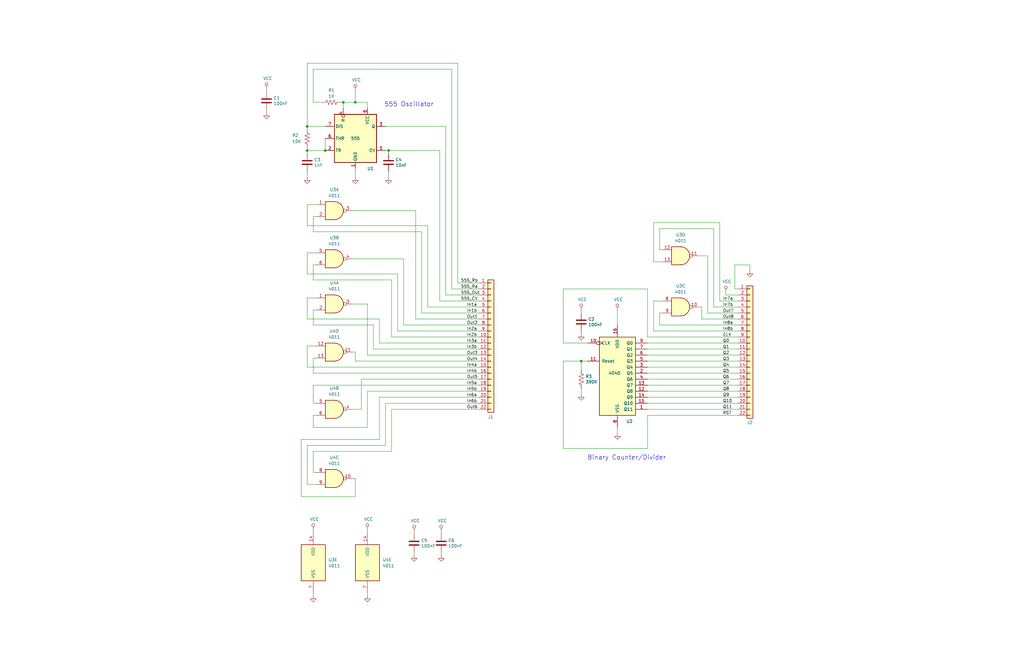
<source format=kicad_sch>
(kicad_sch (version 20250114) (generator "eeschema") (generator_version "9.0")
  (paper "B")
  (title_block (title "Sound Logic 2") (date "2025-03-31") (company "Gadget Reboot") (comment 1 "https://www.youtube.com/gadgetreboot") (comment 2 "https://github.com/GadgetReboot/SoundLogic2"))
  (lib_symbols
    (symbol "4xxx:4011" (pin_names (offset 1.016))
      (property "Reference" "U" (at 0 1.27 0))
      (property "Value" "4011" (at 0 -1.27 0))
      (symbol "4011_1_1"
        (arc (start 0 3.81) (mid 3.7934 0) (end 0 -3.81) (stroke (width 0.254)) (fill (type background)))
        (polyline (pts (xy 0 3.81) (xy -3.81 3.81) (xy -3.81 -3.81) (xy 0 -3.81)) (stroke (width 0.254)) (fill (type background)))
        (pin input line (at -7.62 2.54 0) (length 3.81) (name "~") (number "1"))
        (pin input line (at -7.62 -2.54 0) (length 3.81) (name "~") (number "2"))
        (pin output inverted (at 7.62 0 180) (length 3.81) (name "~") (number "3"))
      )
      (symbol "4011_1_2"
        (arc (start -3.81 3.81) (mid -2.589 0) (end -3.81 -3.81) (stroke (width 0.254)))
        (polyline (pts (xy -3.81 3.81) (xy -0.635 3.81)) (stroke (width 0.254)) (fill (type background)))
        (polyline (pts (xy -3.81 -3.81) (xy -0.635 -3.81)) (stroke (width 0.254)) (fill (type background)))
        (arc (start 3.81 0) (mid 2.1855 -2.584) (end -0.6096 -3.81) (stroke (width 0.254)) (fill (type background)))
        (arc (start -0.6096 3.81) (mid 2.1928 2.5924) (end 3.81 0) (stroke (width 0.254)) (fill (type background)))
        (polyline (pts (xy -0.635 3.81) (xy -3.81 3.81) (xy -3.81 3.81) (xy -3.556 3.4036) (xy -3.0226 2.2606) (xy -2.6924 1.0414) (xy -2.6162 -0.254) (xy -2.7686 -1.4986) (xy -3.175 -2.7178) (xy -3.81 -3.81) (xy -3.81 -3.81) (xy -0.635 -3.81)) (stroke (width -25.4)) (fill (type background)))
        (pin input inverted (at -7.62 2.54 0) (length 4.318) (name "~") (number "1"))
        (pin input inverted (at -7.62 -2.54 0) (length 4.318) (name "~") (number "2"))
        (pin output line (at 7.62 0 180) (length 3.81) (name "~") (number "3"))
      )
      (symbol "4011_2_1"
        (arc (start 0 3.81) (mid 3.7934 0) (end 0 -3.81) (stroke (width 0.254)) (fill (type background)))
        (polyline (pts (xy 0 3.81) (xy -3.81 3.81) (xy -3.81 -3.81) (xy 0 -3.81)) (stroke (width 0.254)) (fill (type background)))
        (pin input line (at -7.62 2.54 0) (length 3.81) (name "~") (number "5"))
        (pin input line (at -7.62 -2.54 0) (length 3.81) (name "~") (number "6"))
        (pin output inverted (at 7.62 0 180) (length 3.81) (name "~") (number "4"))
      )
      (symbol "4011_2_2"
        (arc (start -3.81 3.81) (mid -2.589 0) (end -3.81 -3.81) (stroke (width 0.254)))
        (polyline (pts (xy -3.81 3.81) (xy -0.635 3.81)) (stroke (width 0.254)) (fill (type background)))
        (polyline (pts (xy -3.81 -3.81) (xy -0.635 -3.81)) (stroke (width 0.254)) (fill (type background)))
        (arc (start 3.81 0) (mid 2.1855 -2.584) (end -0.6096 -3.81) (stroke (width 0.254)) (fill (type background)))
        (arc (start -0.6096 3.81) (mid 2.1928 2.5924) (end 3.81 0) (stroke (width 0.254)) (fill (type background)))
        (polyline (pts (xy -0.635 3.81) (xy -3.81 3.81) (xy -3.81 3.81) (xy -3.556 3.4036) (xy -3.0226 2.2606) (xy -2.6924 1.0414) (xy -2.6162 -0.254) (xy -2.7686 -1.4986) (xy -3.175 -2.7178) (xy -3.81 -3.81) (xy -3.81 -3.81) (xy -0.635 -3.81)) (stroke (width -25.4)) (fill (type background)))
        (pin input inverted (at -7.62 2.54 0) (length 4.318) (name "~") (number "5"))
        (pin input inverted (at -7.62 -2.54 0) (length 4.318) (name "~") (number "6"))
        (pin output line (at 7.62 0 180) (length 3.81) (name "~") (number "4"))
      )
      (symbol "4011_3_1"
        (arc (start 0 3.81) (mid 3.7934 0) (end 0 -3.81) (stroke (width 0.254)) (fill (type background)))
        (polyline (pts (xy 0 3.81) (xy -3.81 3.81) (xy -3.81 -3.81) (xy 0 -3.81)) (stroke (width 0.254)) (fill (type background)))
        (pin input line (at -7.62 2.54 0) (length 3.81) (name "~") (number "8"))
        (pin input line (at -7.62 -2.54 0) (length 3.81) (name "~") (number "9"))
        (pin output inverted (at 7.62 0 180) (length 3.81) (name "~") (number "10"))
      )
      (symbol "4011_3_2"
        (arc (start -3.81 3.81) (mid -2.589 0) (end -3.81 -3.81) (stroke (width 0.254)))
        (polyline (pts (xy -3.81 3.81) (xy -0.635 3.81)) (stroke (width 0.254)) (fill (type background)))
        (polyline (pts (xy -3.81 -3.81) (xy -0.635 -3.81)) (stroke (width 0.254)) (fill (type background)))
        (arc (start 3.81 0) (mid 2.1855 -2.584) (end -0.6096 -3.81) (stroke (width 0.254)) (fill (type background)))
        (arc (start -0.6096 3.81) (mid 2.1928 2.5924) (end 3.81 0) (stroke (width 0.254)) (fill (type background)))
        (polyline (pts (xy -0.635 3.81) (xy -3.81 3.81) (xy -3.81 3.81) (xy -3.556 3.4036) (xy -3.0226 2.2606) (xy -2.6924 1.0414) (xy -2.6162 -0.254) (xy -2.7686 -1.4986) (xy -3.175 -2.7178) (xy -3.81 -3.81) (xy -3.81 -3.81) (xy -0.635 -3.81)) (stroke (width -25.4)) (fill (type background)))
        (pin input inverted (at -7.62 2.54 0) (length 4.318) (name "~") (number "8"))
        (pin input inverted (at -7.62 -2.54 0) (length 4.318) (name "~") (number "9"))
        (pin output line (at 7.62 0 180) (length 3.81) (name "~") (number "10"))
      )
      (symbol "4011_4_1"
        (arc (start 0 3.81) (mid 3.7934 0) (end 0 -3.81) (stroke (width 0.254)) (fill (type background)))
        (polyline (pts (xy 0 3.81) (xy -3.81 3.81) (xy -3.81 -3.81) (xy 0 -3.81)) (stroke (width 0.254)) (fill (type background)))
        (pin input line (at -7.62 2.54 0) (length 3.81) (name "~") (number "12"))
        (pin input line (at -7.62 -2.54 0) (length 3.81) (name "~") (number "13"))
        (pin output inverted (at 7.62 0 180) (length 3.81) (name "~") (number "11"))
      )
      (symbol "4011_4_2"
        (arc (start -3.81 3.81) (mid -2.589 0) (end -3.81 -3.81) (stroke (width 0.254)))
        (polyline (pts (xy -3.81 3.81) (xy -0.635 3.81)) (stroke (width 0.254)) (fill (type background)))
        (polyline (pts (xy -3.81 -3.81) (xy -0.635 -3.81)) (stroke (width 0.254)) (fill (type background)))
        (arc (start 3.81 0) (mid 2.1855 -2.584) (end -0.6096 -3.81) (stroke (width 0.254)) (fill (type background)))
        (arc (start -0.6096 3.81) (mid 2.1928 2.5924) (end 3.81 0) (stroke (width 0.254)) (fill (type background)))
        (polyline (pts (xy -0.635 3.81) (xy -3.81 3.81) (xy -3.81 3.81) (xy -3.556 3.4036) (xy -3.0226 2.2606) (xy -2.6924 1.0414) (xy -2.6162 -0.254) (xy -2.7686 -1.4986) (xy -3.175 -2.7178) (xy -3.81 -3.81) (xy -3.81 -3.81) (xy -0.635 -3.81)) (stroke (width -25.4)) (fill (type background)))
        (pin input inverted (at -7.62 2.54 0) (length 4.318) (name "~") (number "12"))
        (pin input inverted (at -7.62 -2.54 0) (length 4.318) (name "~") (number "13"))
        (pin output line (at 7.62 0 180) (length 3.81) (name "~") (number "11"))
      )
      (symbol "4011_5_0"
        (pin power_in line (at 0 12.7 270) (length 5.08) (name "VDD") (number "14"))
        (pin power_in line (at 0 -12.7 90) (length 5.08) (name "VSS") (number "7"))
      )
      (symbol "4011_5_1"
        (rectangle (start -5.08 7.62) (end 5.08 -7.62) (stroke (width 0.254)) (fill (type background)))
      )
    )
    (symbol "4xxx:4040" (pin_names (offset 1.016))
      (property "Reference" "U" (at -7.62 16.51 0))
      (property "Value" "4040" (at -7.62 -19.05 0))
      (symbol "4040_1_0"
        (pin input inverted_clock (at -12.7 12.7 0) (length 5.08) (name "CLK") (number "10"))
        (pin input line (at -12.7 5.08 0) (length 5.08) (name "Reset") (number "11"))
        (pin power_in line (at 0 20.32 270) (length 5.08) (name "VDD") (number "16"))
        (pin power_in line (at 0 -22.86 90) (length 5.08) (name "VSS") (number "8"))
        (pin output line (at 12.7 12.7 180) (length 5.08) (name "Q0") (number "9"))
        (pin output line (at 12.7 10.16 180) (length 5.08) (name "Q1") (number "7"))
        (pin output line (at 12.7 7.62 180) (length 5.08) (name "Q2") (number "6"))
        (pin output line (at 12.7 5.08 180) (length 5.08) (name "Q3") (number "5"))
        (pin output line (at 12.7 2.54 180) (length 5.08) (name "Q4") (number "3"))
        (pin output line (at 12.7 0 180) (length 5.08) (name "Q5") (number "2"))
        (pin output line (at 12.7 -2.54 180) (length 5.08) (name "Q6") (number "4"))
        (pin output line (at 12.7 -5.08 180) (length 5.08) (name "Q7") (number "13"))
        (pin output line (at 12.7 -7.62 180) (length 5.08) (name "Q8") (number "12"))
        (pin output line (at 12.7 -10.16 180) (length 5.08) (name "Q9") (number "14"))
        (pin output line (at 12.7 -12.7 180) (length 5.08) (name "Q10") (number "15"))
        (pin output line (at 12.7 -15.24 180) (length 5.08) (name "Q11") (number "1"))
      )
      (symbol "4040_1_1"
        (rectangle (start -7.62 15.24) (end 7.62 -17.78) (stroke (width 0.254)) (fill (type background)))
      )
    )
    (symbol "Connector_Generic:Conn_01x22" (pin_names (offset 1.016) (hide yes))
      (property "Reference" "J" (at 0 27.94 0))
      (property "Value" "Conn_01x22" (at 0 -30.48 0))
      (symbol "Conn_01x22_1_1"
        (rectangle (start -1.27 26.67) (end 1.27 -29.21) (stroke (width 0.254)) (fill (type background)))
        (rectangle (start -1.27 25.527) (end 0 25.273) (stroke (width 0.1524)))
        (rectangle (start -1.27 22.987) (end 0 22.733) (stroke (width 0.1524)))
        (rectangle (start -1.27 20.447) (end 0 20.193) (stroke (width 0.1524)))
        (rectangle (start -1.27 17.907) (end 0 17.653) (stroke (width 0.1524)))
        (rectangle (start -1.27 15.367) (end 0 15.113) (stroke (width 0.1524)))
        (rectangle (start -1.27 12.827) (end 0 12.573) (stroke (width 0.1524)))
        (rectangle (start -1.27 10.287) (end 0 10.033) (stroke (width 0.1524)))
        (rectangle (start -1.27 7.747) (end 0 7.493) (stroke (width 0.1524)))
        (rectangle (start -1.27 5.207) (end 0 4.953) (stroke (width 0.1524)))
        (rectangle (start -1.27 2.667) (end 0 2.413) (stroke (width 0.1524)))
        (rectangle (start -1.27 0.127) (end 0 -0.127) (stroke (width 0.1524)))
        (rectangle (start -1.27 -2.413) (end 0 -2.667) (stroke (width 0.1524)))
        (rectangle (start -1.27 -4.953) (end 0 -5.207) (stroke (width 0.1524)))
        (rectangle (start -1.27 -7.493) (end 0 -7.747) (stroke (width 0.1524)))
        (rectangle (start -1.27 -10.033) (end 0 -10.287) (stroke (width 0.1524)))
        (rectangle (start -1.27 -12.573) (end 0 -12.827) (stroke (width 0.1524)))
        (rectangle (start -1.27 -15.113) (end 0 -15.367) (stroke (width 0.1524)))
        (rectangle (start -1.27 -17.653) (end 0 -17.907) (stroke (width 0.1524)))
        (rectangle (start -1.27 -20.193) (end 0 -20.447) (stroke (width 0.1524)))
        (rectangle (start -1.27 -22.733) (end 0 -22.987) (stroke (width 0.1524)))
        (rectangle (start -1.27 -25.273) (end 0 -25.527) (stroke (width 0.1524)))
        (rectangle (start -1.27 -27.813) (end 0 -28.067) (stroke (width 0.1524)))
        (pin passive line (at -5.08 25.4 0) (length 3.81) (name "Pin_1") (number "1"))
        (pin passive line (at -5.08 22.86 0) (length 3.81) (name "Pin_2") (number "2"))
        (pin passive line (at -5.08 20.32 0) (length 3.81) (name "Pin_3") (number "3"))
        (pin passive line (at -5.08 17.78 0) (length 3.81) (name "Pin_4") (number "4"))
        (pin passive line (at -5.08 15.24 0) (length 3.81) (name "Pin_5") (number "5"))
        (pin passive line (at -5.08 12.7 0) (length 3.81) (name "Pin_6") (number "6"))
        (pin passive line (at -5.08 10.16 0) (length 3.81) (name "Pin_7") (number "7"))
        (pin passive line (at -5.08 7.62 0) (length 3.81) (name "Pin_8") (number "8"))
        (pin passive line (at -5.08 5.08 0) (length 3.81) (name "Pin_9") (number "9"))
        (pin passive line (at -5.08 2.54 0) (length 3.81) (name "Pin_10") (number "10"))
        (pin passive line (at -5.08 0 0) (length 3.81) (name "Pin_11") (number "11"))
        (pin passive line (at -5.08 -2.54 0) (length 3.81) (name "Pin_12") (number "12"))
        (pin passive line (at -5.08 -5.08 0) (length 3.81) (name "Pin_13") (number "13"))
        (pin passive line (at -5.08 -7.62 0) (length 3.81) (name "Pin_14") (number "14"))
        (pin passive line (at -5.08 -10.16 0) (length 3.81) (name "Pin_15") (number "15"))
        (pin passive line (at -5.08 -12.7 0) (length 3.81) (name "Pin_16") (number "16"))
        (pin passive line (at -5.08 -15.24 0) (length 3.81) (name "Pin_17") (number "17"))
        (pin passive line (at -5.08 -17.78 0) (length 3.81) (name "Pin_18") (number "18"))
        (pin passive line (at -5.08 -20.32 0) (length 3.81) (name "Pin_19") (number "19"))
        (pin passive line (at -5.08 -22.86 0) (length 3.81) (name "Pin_20") (number "20"))
        (pin passive line (at -5.08 -25.4 0) (length 3.81) (name "Pin_21") (number "21"))
        (pin passive line (at -5.08 -27.94 0) (length 3.81) (name "Pin_22") (number "22"))
      )
    )
    (symbol "Device:C" (pin_numbers (hide yes)) (pin_names (offset 0.254))
      (property "Reference" "C" (at 0.635 2.54 0))
      (property "Value" "C" (at 0.635 -2.54 0))
      (symbol "C_0_1"
        (polyline (pts (xy -2.032 0.762) (xy 2.032 0.762)) (stroke (width 0.508)))
        (polyline (pts (xy -2.032 -0.762) (xy 2.032 -0.762)) (stroke (width 0.508)))
      )
      (symbol "C_1_1"
        (pin passive line (at 0 3.81 270) (length 2.794) (name "~") (number "1"))
        (pin passive line (at 0 -3.81 90) (length 2.794) (name "~") (number "2"))
      )
    )
    (symbol "Device:R_US" (pin_numbers (hide yes)) (pin_names (offset 0))
      (property "Reference" "R" (at 2.54 0 90))
      (property "Value" "R_US" (at -2.54 0 90))
      (symbol "R_US_0_1"
        (polyline (pts (xy 0 2.286) (xy 0 2.54)))
        (polyline (pts (xy 0 2.286) (xy 1.016 1.905) (xy 0 1.524) (xy -1.016 1.143) (xy 0 0.762)))
        (polyline (pts (xy 0 0.762) (xy 1.016 0.381) (xy 0 0) (xy -1.016 -0.381) (xy 0 -0.762)))
        (polyline (pts (xy 0 -0.762) (xy 1.016 -1.143) (xy 0 -1.524) (xy -1.016 -1.905) (xy 0 -2.286)))
        (polyline (pts (xy 0 -2.286) (xy 0 -2.54)))
      )
      (symbol "R_US_1_1"
        (pin passive line (at 0 3.81 270) (length 1.27) (name "~") (number "1"))
        (pin passive line (at 0 -3.81 90) (length 1.27) (name "~") (number "2"))
      )
    )
    (symbol "GR_SoundLogic01-rescue:GND-power" (power) (pin_names (offset 0))
      (property "Value" "power_GND" (at 0 -3.81 0))
      (symbol "GND-power_0_1"
        (polyline (pts (xy 0 0) (xy 0 -1.27) (xy 1.27 -1.27) (xy 0 -2.54) (xy -1.27 -1.27) (xy 0 -1.27)))
      )
      (symbol "GND-power_1_1"
        (pin power_in line (at 0 0 270) (length 0) (hide yes) (name "GND") (number "1"))
      )
    )
    (symbol "GR_SoundLogic01-rescue:VCC-power" (power) (pin_names (offset 0))
      (property "Value" "power_VCC" (at 0 3.81 0))
      (symbol "VCC-power_0_1"
        (circle (center 0 1.905) (radius 0.635))
        (polyline (pts (xy 0 0) (xy 0 1.27)))
      )
      (symbol "VCC-power_1_1"
        (pin power_in line (at 0 0 90) (length 0) (hide yes) (name "VCC") (number "1"))
      )
    )
    (symbol "SoundLogic:555"
      (property "Reference" "U" (at -10.16 8.89 0))
      (property "Value" "555" (at -1.27 0 0))
      (symbol "555_0_0"
        (pin power_in line (at 0 -12.7 90) (length 2.54) (name "GND") (number "1"))
        (pin power_in line (at 5.08 12.7 270) (length 2.54) (name "VCC") (number "8"))
      )
      (symbol "555_0_1"
        (rectangle (start -8.89 -10.16) (end 8.89 10.16) (stroke (width 0.254)) (fill (type background)))
        (rectangle (start -8.89 -10.16) (end 8.89 10.16) (stroke (width 0.254)) (fill (type background)))
      )
      (symbol "555_1_1"
        (pin input line (at -12.7 5.08 0) (length 3.81) (name "DIS") (number "7"))
        (pin input line (at -12.7 0 0) (length 3.81) (name "THR") (number "6"))
        (pin input line (at -12.7 -5.08 0) (length 3.81) (name "TR") (number "2"))
        (pin input inverted (at -5.08 12.7 270) (length 3.81) (name "R") (number "4"))
        (pin output line (at 12.7 5.08 180) (length 3.81) (name "Q") (number "3"))
        (pin input line (at 12.7 -5.08 180) (length 3.81) (name "CV") (number "5"))
      )
    )
  )
  (text "555 Oscillator" (at 162.052 45.212 0) (effects (font (size 1.905 1.905)) (justify left bottom)))
  (text "Binary Counter/Divider" (at 247.65 194.31 0) (effects (font (size 1.905 1.905)) (justify left bottom)))
  (junction (at 144.78 43.18))
  (junction (at 163.83 63.5))
  (junction (at 129.54 63.5))
  (junction (at 149.86 43.18))
  (junction (at 137.16 63.5))
  (junction (at 245.11 152.4))
  (junction (at 129.54 53.34))
  (wire (pts (xy 311.15 124.46) (xy 306.07 124.46)))
  (wire (pts (xy 273.05 144.78) (xy 311.15 144.78)))
  (wire (pts (xy 132.08 250.19) (xy 132.08 251.46)))
  (wire (pts (xy 129.54 154.94) (xy 201.93 154.94)))
  (wire (pts (xy 298.45 132.08) (xy 298.45 107.95)))
  (wire (pts (xy 278.13 105.41) (xy 279.4 105.41)))
  (wire (pts (xy 129.54 134.62) (xy 160.02 134.62)))
  (wire (pts (xy 162.56 170.18) (xy 201.93 170.18)))
  (wire (pts (xy 154.94 45.72) (xy 154.94 43.18)))
  (wire (pts (xy 132.08 224.79) (xy 132.08 223.52)))
  (wire (pts (xy 154.94 43.18) (xy 149.86 43.18)))
  (wire (pts (xy 300.99 129.54) (xy 300.99 96.52)))
  (wire (pts (xy 273.05 121.92) (xy 273.05 142.24)))
  (wire (pts (xy 275.59 139.7) (xy 275.59 127)))
  (wire (pts (xy 133.35 204.47) (xy 129.54 204.47)))
  (wire (pts (xy 245.11 156.21) (xy 245.11 152.4)))
  (wire (pts (xy 273.05 152.4) (xy 311.15 152.4)))
  (wire (pts (xy 175.26 134.62) (xy 175.26 88.9)))
  (wire (pts (xy 132.08 137.16) (xy 157.48 137.16)))
  (wire (pts (xy 186.055 233.045) (xy 186.055 234.315)))
  (wire (pts (xy 162.56 53.34) (xy 187.96 53.34)))
  (wire (pts (xy 193.04 26.67) (xy 129.54 26.67)))
  (wire (pts (xy 162.56 63.5) (xy 163.83 63.5)))
  (wire (pts (xy 160.02 167.64) (xy 201.93 167.64)))
  (wire (pts (xy 129.54 187.96) (xy 162.56 187.96)))
  (wire (pts (xy 187.96 53.34) (xy 187.96 124.46)))
  (wire (pts (xy 201.93 134.62) (xy 175.26 134.62)))
  (wire (pts (xy 316.23 111.76) (xy 316.23 114.3)))
  (wire (pts (xy 162.56 187.96) (xy 162.56 170.18)))
  (wire (pts (xy 278.13 132.08) (xy 278.13 137.16)))
  (wire (pts (xy 170.18 109.22) (xy 170.18 137.16)))
  (wire (pts (xy 237.49 121.92) (xy 273.05 121.92)))
  (wire (pts (xy 278.13 137.16) (xy 311.15 137.16)))
  (wire (pts (xy 144.78 43.18) (xy 144.78 45.72)))
  (wire (pts (xy 132.08 170.18) (xy 132.08 162.56)))
  (wire (pts (xy 273.05 170.18) (xy 311.15 170.18)))
  (wire (pts (xy 154.94 165.1) (xy 201.93 165.1)))
  (wire (pts (xy 201.93 127) (xy 185.42 127)))
  (wire (pts (xy 175.26 88.9) (xy 148.59 88.9)))
  (wire (pts (xy 300.99 96.52) (xy 278.13 96.52)))
  (wire (pts (xy 273.05 160.02) (xy 311.15 160.02)))
  (wire (pts (xy 260.35 182.88) (xy 260.35 180.34)))
  (wire (pts (xy 149.86 38.1) (xy 149.86 43.18)))
  (wire (pts (xy 112.395 46.355) (xy 112.395 47.625)))
  (wire (pts (xy 177.8 132.08) (xy 201.93 132.08)))
  (wire (pts (xy 132.08 199.39) (xy 133.35 199.39)))
  (wire (pts (xy 185.42 127) (xy 185.42 63.5)))
  (wire (pts (xy 137.16 58.42) (xy 137.16 63.5)))
  (wire (pts (xy 273.05 167.64) (xy 311.15 167.64)))
  (wire (pts (xy 157.48 137.16) (xy 157.48 147.32)))
  (wire (pts (xy 273.05 172.72) (xy 311.15 172.72)))
  (wire (pts (xy 295.91 129.54) (xy 294.64 129.54)))
  (wire (pts (xy 129.54 125.73) (xy 129.54 134.62)))
  (wire (pts (xy 311.15 129.54) (xy 300.99 129.54)))
  (wire (pts (xy 275.59 93.98) (xy 303.53 93.98)))
  (wire (pts (xy 295.91 134.62) (xy 295.91 129.54)))
  (wire (pts (xy 132.08 175.26) (xy 132.08 180.34)))
  (wire (pts (xy 165.1 118.11) (xy 165.1 142.24)))
  (wire (pts (xy 152.4 172.72) (xy 152.4 160.02)))
  (wire (pts (xy 132.08 97.79) (xy 177.8 97.79)))
  (wire (pts (xy 129.54 54.61) (xy 129.54 53.34)))
  (wire (pts (xy 129.54 86.36) (xy 133.35 86.36)))
  (wire (pts (xy 157.48 147.32) (xy 201.93 147.32)))
  (wire (pts (xy 309.88 111.76) (xy 316.23 111.76)))
  (wire (pts (xy 154.94 128.27) (xy 148.59 128.27)))
  (wire (pts (xy 132.08 190.5) (xy 132.08 199.39)))
  (wire (pts (xy 148.59 201.93) (xy 149.86 201.93)))
  (wire (pts (xy 149.86 148.59) (xy 149.86 152.4)))
  (wire (pts (xy 160.02 134.62) (xy 160.02 144.78)))
  (wire (pts (xy 201.93 139.7) (xy 167.64 139.7)))
  (wire (pts (xy 132.08 130.81) (xy 132.08 137.16)))
  (wire (pts (xy 129.54 63.5) (xy 129.54 64.77)))
  (wire (pts (xy 133.35 170.18) (xy 132.08 170.18)))
  (wire (pts (xy 309.88 121.92) (xy 309.88 111.76)))
  (wire (pts (xy 201.93 129.54) (xy 180.34 129.54)))
  (wire (pts (xy 132.08 151.13) (xy 132.08 157.48)))
  (wire (pts (xy 247.65 144.78) (xy 237.49 144.78)))
  (wire (pts (xy 148.59 109.22) (xy 170.18 109.22)))
  (wire (pts (xy 129.54 63.5) (xy 137.16 63.5)))
  (wire (pts (xy 278.13 96.52) (xy 278.13 105.41)))
  (wire (pts (xy 237.49 189.23) (xy 237.49 152.4)))
  (wire (pts (xy 260.35 137.16) (xy 260.35 130.81)))
  (wire (pts (xy 306.07 124.46) (xy 306.07 123.19)))
  (wire (pts (xy 311.15 134.62) (xy 295.91 134.62)))
  (wire (pts (xy 311.15 132.08) (xy 298.45 132.08)))
  (wire (pts (xy 273.05 147.32) (xy 311.15 147.32)))
  (wire (pts (xy 201.93 121.92) (xy 190.5 121.92)))
  (wire (pts (xy 247.65 152.4) (xy 245.11 152.4)))
  (wire (pts (xy 148.59 148.59) (xy 149.86 148.59)))
  (wire (pts (xy 273.05 175.26) (xy 273.05 189.23)))
  (wire (pts (xy 137.16 53.34) (xy 129.54 53.34)))
  (wire (pts (xy 165.1 190.5) (xy 132.08 190.5)))
  (wire (pts (xy 129.54 95.25) (xy 129.54 86.36)))
  (wire (pts (xy 149.86 209.55) (xy 127 209.55)))
  (wire (pts (xy 237.49 144.78) (xy 237.49 121.92)))
  (wire (pts (xy 129.54 62.23) (xy 129.54 63.5)))
  (wire (pts (xy 245.11 152.4) (xy 237.49 152.4)))
  (wire (pts (xy 163.83 63.5) (xy 163.83 64.77)))
  (wire (pts (xy 154.94 224.79) (xy 154.94 223.52)))
  (wire (pts (xy 311.15 139.7) (xy 275.59 139.7)))
  (wire (pts (xy 132.08 29.21) (xy 132.08 43.18)))
  (wire (pts (xy 279.4 110.49) (xy 275.59 110.49)))
  (wire (pts (xy 201.93 172.72) (xy 165.1 172.72)))
  (wire (pts (xy 180.34 95.25) (xy 129.54 95.25)))
  (wire (pts (xy 303.53 93.98) (xy 303.53 127)))
  (wire (pts (xy 190.5 29.21) (xy 132.08 29.21)))
  (wire (pts (xy 273.05 189.23) (xy 237.49 189.23)))
  (wire (pts (xy 273.05 157.48) (xy 311.15 157.48)))
  (wire (pts (xy 165.1 172.72) (xy 165.1 190.5)))
  (wire (pts (xy 129.54 115.57) (xy 129.54 106.68)))
  (wire (pts (xy 170.18 137.16) (xy 201.93 137.16)))
  (wire (pts (xy 273.05 142.24) (xy 311.15 142.24)))
  (wire (pts (xy 132.08 118.11) (xy 165.1 118.11)))
  (wire (pts (xy 177.8 97.79) (xy 177.8 132.08)))
  (wire (pts (xy 311.15 121.92) (xy 309.88 121.92)))
  (wire (pts (xy 132.08 157.48) (xy 201.93 157.48)))
  (wire (pts (xy 149.86 71.12) (xy 149.86 74.93)))
  (wire (pts (xy 273.05 162.56) (xy 311.15 162.56)))
  (wire (pts (xy 154.94 149.86) (xy 154.94 128.27)))
  (wire (pts (xy 165.1 142.24) (xy 201.93 142.24)))
  (wire (pts (xy 185.42 63.5) (xy 163.83 63.5)))
  (wire (pts (xy 129.54 26.67) (xy 129.54 53.34)))
  (wire (pts (xy 144.78 43.18) (xy 143.51 43.18)))
  (wire (pts (xy 154.94 250.19) (xy 154.94 251.46)))
  (wire (pts (xy 152.4 160.02) (xy 201.93 160.02)))
  (wire (pts (xy 186.055 225.425) (xy 186.055 224.155)))
  (wire (pts (xy 201.93 149.86) (xy 154.94 149.86)))
  (wire (pts (xy 132.08 162.56) (xy 201.93 162.56)))
  (wire (pts (xy 132.08 111.76) (xy 132.08 118.11)))
  (wire (pts (xy 112.395 38.735) (xy 112.395 37.465)))
  (wire (pts (xy 160.02 185.42) (xy 160.02 167.64)))
  (wire (pts (xy 273.05 154.94) (xy 311.15 154.94)))
  (wire (pts (xy 311.15 175.26) (xy 273.05 175.26)))
  (wire (pts (xy 201.93 119.38) (xy 193.04 119.38)))
  (wire (pts (xy 279.4 132.08) (xy 278.13 132.08)))
  (wire (pts (xy 303.53 127) (xy 311.15 127)))
  (wire (pts (xy 180.34 129.54) (xy 180.34 95.25)))
  (wire (pts (xy 129.54 204.47) (xy 129.54 187.96)))
  (wire (pts (xy 132.08 180.34) (xy 154.94 180.34)))
  (wire (pts (xy 154.94 180.34) (xy 154.94 165.1)))
  (wire (pts (xy 133.35 130.81) (xy 132.08 130.81)))
  (wire (pts (xy 129.54 154.94) (xy 129.54 146.05)))
  (wire (pts (xy 245.11 132.08) (xy 245.11 130.81)))
  (wire (pts (xy 174.625 225.425) (xy 174.625 224.155)))
  (wire (pts (xy 298.45 107.95) (xy 294.64 107.95)))
  (wire (pts (xy 275.59 110.49) (xy 275.59 93.98)))
  (wire (pts (xy 149.86 152.4) (xy 201.93 152.4)))
  (wire (pts (xy 167.64 139.7) (xy 167.64 115.57)))
  (wire (pts (xy 187.96 124.46) (xy 201.93 124.46)))
  (wire (pts (xy 129.54 146.05) (xy 133.35 146.05)))
  (wire (pts (xy 127 185.42) (xy 160.02 185.42)))
  (wire (pts (xy 163.83 72.39) (xy 163.83 74.93)))
  (wire (pts (xy 167.64 115.57) (xy 129.54 115.57)))
  (wire (pts (xy 127 209.55) (xy 127 185.42)))
  (wire (pts (xy 275.59 127) (xy 279.4 127)))
  (wire (pts (xy 193.04 119.38) (xy 193.04 26.67)))
  (wire (pts (xy 148.59 172.72) (xy 152.4 172.72)))
  (wire (pts (xy 245.11 139.7) (xy 245.11 140.97)))
  (wire (pts (xy 133.35 175.26) (xy 132.08 175.26)))
  (wire (pts (xy 129.54 72.39) (xy 129.54 74.93)))
  (wire (pts (xy 149.86 201.93) (xy 149.86 209.55)))
  (wire (pts (xy 273.05 149.86) (xy 311.15 149.86)))
  (wire (pts (xy 129.54 106.68) (xy 133.35 106.68)))
  (wire (pts (xy 174.625 233.045) (xy 174.625 234.315)))
  (wire (pts (xy 245.11 166.37) (xy 245.11 163.83)))
  (wire (pts (xy 133.35 91.44) (xy 132.08 91.44)))
  (wire (pts (xy 190.5 121.92) (xy 190.5 29.21)))
  (wire (pts (xy 133.35 151.13) (xy 132.08 151.13)))
  (wire (pts (xy 135.89 43.18) (xy 132.08 43.18)))
  (wire (pts (xy 273.05 165.1) (xy 311.15 165.1)))
  (wire (pts (xy 160.02 144.78) (xy 201.93 144.78)))
  (wire (pts (xy 133.35 125.73) (xy 129.54 125.73)))
  (wire (pts (xy 149.86 43.18) (xy 144.78 43.18)))
  (wire (pts (xy 132.08 91.44) (xy 132.08 97.79)))
  (wire (pts (xy 133.35 111.76) (xy 132.08 111.76)))
  (label "In4a" (at 196.85 154.94 0))
  (label "Q1" (at 304.8 147.32 0))
  (label "Q9" (at 304.8 167.64 0))
  (label "555_Rb" (at 194.31 119.38 0))
  (label "In3a" (at 196.85 144.78 0))
  (label "Out6" (at 196.85 172.72 0))
  (label "Q0" (at 304.8 144.78 0))
  (label "In4b" (at 196.85 157.48 0))
  (label "Out7" (at 304.8 132.08 0))
  (label "555_Ra" (at 194.31 121.92 0))
  (label "In6b" (at 196.85 170.18 0))
  (label "In5b" (at 196.85 165.1 0))
  (label "In8a" (at 304.8 137.16 0))
  (label "In6a" (at 196.85 167.64 0))
  (label "Q7" (at 304.8 162.56 0))
  (label "In1b" (at 196.85 132.08 0))
  (label "Out1" (at 196.85 134.62 0))
  (label "Out5" (at 196.85 160.02 0))
  (label "In2b" (at 196.85 142.24 0))
  (label "In8b" (at 304.8 139.7 0))
  (label "555_CV" (at 194.31 127 0))
  (label "RST" (at 304.8 175.26 0))
  (label "Q4" (at 304.8 154.94 0))
  (label "In3b" (at 196.85 147.32 0))
  (label "Q3" (at 304.8 152.4 0))
  (label "Q8" (at 304.8 165.1 0))
  (label "Q2" (at 304.8 149.86 0))
  (label "In7a" (at 304.8 127 0))
  (label "Q6" (at 304.8 160.02 0))
  (label "In5a" (at 196.85 162.56 0))
  (label "Out2" (at 196.85 137.16 0))
  (label "Out8" (at 304.8 134.62 0))
  (label "Out4" (at 196.85 152.4 0))
  (label "555_Out" (at 194.31 124.46 0))
  (label "In1a" (at 196.85 129.54 0))
  (label "Q11" (at 304.8 172.72 0))
  (label "Q5" (at 304.8 157.48 0))
  (label "CLK" (at 304.8 142.24 0))
  (label "Out3" (at 196.85 149.86 0))
  (label "Q10" (at 304.8 170.18 0))
  (label "In7b" (at 304.8 129.54 0))
  (label "In2a" (at 196.85 139.7 0))
  (symbol (lib_id "GR_SoundLogic01-rescue:VCC-power") (at 149.86 38.1 0) (unit 1)
    (property "Reference" "#PWR02" (effects (hide yes)))
    (property "Value" "VCC" (at 150.2918 33.7058 0))
  )
  (symbol (lib_id "GR_SoundLogic01-rescue:GND-power") (at 149.86 74.93 0) (unit 1)
    (property "Reference" "#PWR09" (effects (hide yes)))
    (property "Value" "GND" (effects (hide yes)))
  )
  (symbol (lib_id "GR_SoundLogic01-rescue:GND-power") (at 129.54 74.93 0) (unit 1)
    (property "Reference" "#PWR08" (effects (hide yes)))
    (property "Value" "GND" (effects (hide yes)))
  )
  (symbol (lib_id "SoundLogic:555") (at 149.86 58.42 0) (unit 1)
    (property "Reference" "U1" (at 156.21 71.12 0))
    (property "Value" "555" (at 149.86 58.42 0))
    (property "Footprint" "Package_SO:SOIC-8_3.9x4.9mm_P1.27mm" (effects (hide yes)))
  )
  (symbol (lib_id "Device:R_US") (at 129.54 58.42 0) (unit 1)
    (property "Reference" "R2" (at 123.19 57.15 0) (effects (justify left)))
    (property "Value" "10K" (at 123.19 59.69 0) (effects (justify left)))
    (property "Footprint" "Resistor_SMD:R_0805_2012Metric_Pad1.20x1.40mm_HandSolder" (effects (hide yes)))
  )
  (symbol (lib_id "Device:R_US") (at 139.7 43.18 270) (unit 1)
    (property "Reference" "R1" (at 138.43 38.1 90) (effects (justify left)))
    (property "Value" "1K" (at 138.43 40.64 90) (effects (justify left)))
    (property "Footprint" "Resistor_SMD:R_0805_2012Metric_Pad1.20x1.40mm_HandSolder" (effects (hide yes)))
  )
  (symbol (lib_id "GR_SoundLogic01-rescue:GND-power") (at 163.83 74.93 0) (unit 1)
    (property "Reference" "#PWR010" (effects (hide yes)))
    (property "Value" "GND" (effects (hide yes)))
  )
  (symbol (lib_id "4xxx:4040") (at 260.35 157.48 0) (unit 1)
    (property "Reference" "U2" (at 265.43 177.8 0))
    (property "Value" "4040" (at 259.08 157.48 0))
    (property "Footprint" "Package_SO:SOIC-16_3.9x9.9mm_P1.27mm" (effects (hide yes)))
  )
  (symbol (lib_id "GR_SoundLogic01-rescue:VCC-power") (at 260.35 130.81 0) (unit 1)
    (property "Reference" "#PWR03" (effects (hide yes)))
    (property "Value" "VCC" (at 260.7818 126.4158 0))
  )
  (symbol (lib_id "GR_SoundLogic01-rescue:GND-power") (at 260.35 182.88 0) (unit 1)
    (property "Reference" "#PWR011" (effects (hide yes)))
    (property "Value" "GND" (effects (hide yes)))
  )
  (symbol (lib_id "Device:C") (at 245.11 135.89 0) (unit 1)
    (property "Reference" "C2" (at 248.031 134.7216 0) (effects (justify left)))
    (property "Value" "100nF" (at 248.031 137.033 0) (effects (justify left)))
    (property "Footprint" "Capacitor_SMD:C_0805_2012Metric_Pad1.18x1.45mm_HandSolder" (effects (hide yes)))
  )
  (symbol (lib_id "GR_SoundLogic01-rescue:GND-power") (at 245.11 140.97 0) (unit 1)
    (property "Reference" "#PWR06" (effects (hide yes)))
    (property "Value" "GND" (effects (hide yes)))
  )
  (symbol (lib_id "GR_SoundLogic01-rescue:VCC-power") (at 245.11 130.81 0) (unit 1)
    (property "Reference" "#PWR04" (effects (hide yes)))
    (property "Value" "VCC" (at 245.5418 126.4158 0))
  )
  (symbol (lib_id "Device:C") (at 112.395 42.545 0) (unit 1)
    (property "Reference" "C1" (at 115.316 41.3766 0) (effects (justify left)))
    (property "Value" "100nF" (at 115.316 43.688 0) (effects (justify left)))
    (property "Footprint" "Capacitor_SMD:C_0805_2012Metric_Pad1.18x1.45mm_HandSolder" (effects (hide yes)))
  )
  (symbol (lib_id "GR_SoundLogic01-rescue:GND-power") (at 112.395 47.625 0) (unit 1)
    (property "Reference" "#PWR05" (effects (hide yes)))
    (property "Value" "GND" (effects (hide yes)))
  )
  (symbol (lib_id "GR_SoundLogic01-rescue:VCC-power") (at 112.395 37.465 0) (unit 1)
    (property "Reference" "#PWR01" (effects (hide yes)))
    (property "Value" "VCC" (at 112.8268 33.0708 0))
  )
  (symbol (lib_id "Device:C") (at 186.055 229.235 0) (unit 1)
    (property "Reference" "C6" (at 188.976 228.0666 0) (effects (justify left)))
    (property "Value" "100nF" (at 188.976 230.378 0) (effects (justify left)))
    (property "Footprint" "Capacitor_SMD:C_0805_2012Metric_Pad1.18x1.45mm_HandSolder" (effects (hide yes)))
  )
  (symbol (lib_id "GR_SoundLogic01-rescue:GND-power") (at 186.055 234.315 0) (unit 1)
    (property "Reference" "#PWR017" (effects (hide yes)))
    (property "Value" "GND" (effects (hide yes)))
  )
  (symbol (lib_id "GR_SoundLogic01-rescue:VCC-power") (at 186.055 224.155 0) (unit 1)
    (property "Reference" "#PWR015" (effects (hide yes)))
    (property "Value" "VCC" (at 186.4868 219.7608 0))
  )
  (symbol (lib_id "GR_SoundLogic01-rescue:GND-power") (at 154.94 251.46 0) (unit 1)
    (property "Reference" "#PWR019" (effects (hide yes)))
    (property "Value" "GND" (effects (hide yes)))
  )
  (symbol (lib_id "GR_SoundLogic01-rescue:GND-power") (at 132.08 251.46 0) (unit 1)
    (property "Reference" "#PWR018" (effects (hide yes)))
    (property "Value" "GND" (effects (hide yes)))
  )
  (symbol (lib_id "GR_SoundLogic01-rescue:VCC-power") (at 154.94 223.52 0) (unit 1)
    (property "Reference" "#PWR013" (effects (hide yes)))
    (property "Value" "VCC" (at 155.3718 219.1258 0))
  )
  (symbol (lib_id "GR_SoundLogic01-rescue:VCC-power") (at 132.08 223.52 0) (unit 1)
    (property "Reference" "#PWR012" (effects (hide yes)))
    (property "Value" "VCC" (at 132.5118 219.1258 0))
  )
  (symbol (lib_id "Device:C") (at 174.625 229.235 0) (unit 1)
    (property "Reference" "C5" (at 177.546 228.0666 0) (effects (justify left)))
    (property "Value" "100nF" (at 177.546 230.378 0) (effects (justify left)))
    (property "Footprint" "Capacitor_SMD:C_0805_2012Metric_Pad1.18x1.45mm_HandSolder" (effects (hide yes)))
  )
  (symbol (lib_id "GR_SoundLogic01-rescue:GND-power") (at 174.625 234.315 0) (unit 1)
    (property "Reference" "#PWR016" (effects (hide yes)))
    (property "Value" "GND" (effects (hide yes)))
  )
  (symbol (lib_id "GR_SoundLogic01-rescue:VCC-power") (at 174.625 224.155 0) (unit 1)
    (property "Reference" "#PWR014" (effects (hide yes)))
    (property "Value" "VCC" (at 175.0568 219.7608 0))
  )
  (symbol (lib_id "Device:R_US") (at 245.11 160.02 0) (unit 1)
    (property "Reference" "R3" (at 246.888 158.8516 0) (effects (justify left)))
    (property "Value" "390K" (at 246.888 161.163 0) (effects (justify left)))
    (property "Footprint" "Resistor_SMD:R_0805_2012Metric_Pad1.20x1.40mm_HandSolder" (effects (hide yes)))
  )
  (symbol (lib_id "GR_SoundLogic01-rescue:GND-power") (at 245.11 166.37 0) (unit 1)
    (property "Reference" "#PWR07" (effects (hide yes)))
    (property "Value" "GND" (effects (hide yes)))
  )
  (symbol (lib_id "Connector_Generic:Conn_01x22") (at 316.23 147.32 0) (unit 1)
    (property "Reference" "J2" (at 314.96 178.3079 0) (effects (justify left)))
    (property "Value" "Conn_01x22" (effects (hide yes)))
    (property "Footprint" "Connector_PinHeader_2.54mm:PinHeader_1x22_P2.54mm_Vertical" (effects (hide yes)))
    (property "Description" "Generic connector, single row, 01x22, script generated (kicad-library-utils/schlib/autogen/connector/)" (effects (hide yes)))
  )
  (symbol (lib_id "4xxx:4011") (at 140.97 88.9 0) (unit 1)
    (property "Reference" "U3" (at 140.9617 80.01 0))
    (property "Value" "4011" (at 140.9617 82.55 0))
    (property "Footprint" "Package_SO:SO-14_3.9x8.65mm_P1.27mm" (effects (hide yes)))
    (property "Description" "Quad Nand 2 inputs" (effects (hide yes)))
  )
  (symbol (lib_id "4xxx:4011") (at 140.97 201.93 0) (unit 3)
    (property "Reference" "U4" (at 140.9617 193.04 0))
    (property "Value" "4011" (at 140.9617 195.58 0))
    (property "Footprint" "Package_SO:SO-14_3.9x8.65mm_P1.27mm" (effects (hide yes)))
  )
  (symbol (lib_id "GR_SoundLogic01-rescue:VCC-power") (at 306.07 123.19 0) (unit 1)
    (property "Reference" "#PWR020" (effects (hide yes)))
    (property "Value" "VCC" (at 306.5018 118.7958 0))
  )
  (symbol (lib_id "4xxx:4011") (at 140.97 172.72 0) (unit 2)
    (property "Reference" "U4" (at 140.9617 163.83 0))
    (property "Value" "4011" (at 140.9617 166.37 0))
    (property "Footprint" "Package_SO:SO-14_3.9x8.65mm_P1.27mm" (effects (hide yes)))
  )
  (symbol (lib_id "Device:C") (at 129.54 68.58 0) (unit 1)
    (property "Reference" "C3" (at 132.461 67.4116 0) (effects (justify left)))
    (property "Value" "1nF" (at 132.461 69.723 0) (effects (justify left)))
    (property "Footprint" "Capacitor_SMD:C_0805_2012Metric_Pad1.18x1.45mm_HandSolder" (effects (hide yes)))
  )
  (symbol (lib_id "4xxx:4011") (at 154.94 237.49 0) (unit 5)
    (property "Reference" "U4" (at 161.29 236.2199 0) (effects (justify left)))
    (property "Value" "4011" (at 161.29 238.7599 0) (effects (justify left)))
    (property "Footprint" "Package_SO:SO-14_3.9x8.65mm_P1.27mm" (effects (hide yes)))
  )
  (symbol (lib_id "4xxx:4011") (at 132.08 237.49 0) (unit 5)
    (property "Reference" "U3" (at 138.43 236.2199 0) (effects (justify left)))
    (property "Value" "4011" (at 138.43 238.7599 0) (effects (justify left)))
    (property "Footprint" "Package_SO:SO-14_3.9x8.65mm_P1.27mm" (effects (hide yes)))
    (property "Description" "Quad Nand 2 inputs" (effects (hide yes)))
  )
  (symbol (lib_id "Connector_Generic:Conn_01x22") (at 207.01 144.78 0) (unit 1)
    (property "Reference" "J1" (at 205.74 176.0219 0) (effects (justify left)))
    (property "Value" "Conn_01x22" (effects (hide yes)))
    (property "Footprint" "Connector_PinHeader_2.54mm:PinHeader_1x22_P2.54mm_Vertical" (effects (hide yes)))
    (property "Description" "Generic connector, single row, 01x22, script generated (kicad-library-utils/schlib/autogen/connector/)" (effects (hide yes)))
  )
  (symbol (lib_id "Device:C") (at 163.83 68.58 0) (unit 1)
    (property "Reference" "C4" (at 166.751 67.4116 0) (effects (justify left)))
    (property "Value" "10nF" (at 166.751 69.723 0) (effects (justify left)))
    (property "Footprint" "Capacitor_SMD:C_0805_2012Metric_Pad1.18x1.45mm_HandSolder" (effects (hide yes)))
  )
  (symbol (lib_id "GR_SoundLogic01-rescue:GND-power") (at 316.23 114.3 0) (mirror y) (unit 1)
    (property "Reference" "#PWR021" (effects (hide yes)))
    (property "Value" "GND" (effects (hide yes)))
  )
  (symbol (lib_id "4xxx:4011") (at 140.97 109.22 0) (unit 2)
    (property "Reference" "U3" (at 140.9617 100.33 0))
    (property "Value" "4011" (at 140.9617 102.87 0))
    (property "Footprint" "Package_SO:SO-14_3.9x8.65mm_P1.27mm" (effects (hide yes)))
    (property "Description" "Quad Nand 2 inputs" (effects (hide yes)))
  )
  (symbol (lib_id "4xxx:4011") (at 140.97 128.27 0) (unit 1)
    (property "Reference" "U4" (at 140.9617 119.38 0))
    (property "Value" "4011" (at 140.9617 121.92 0))
    (property "Footprint" "Package_SO:SO-14_3.9x8.65mm_P1.27mm" (effects (hide yes)))
  )
  (symbol (lib_id "4xxx:4011") (at 140.97 148.59 0) (unit 4)
    (property "Reference" "U4" (at 140.9617 139.7 0))
    (property "Value" "4011" (at 140.9617 142.24 0))
    (property "Footprint" "Package_SO:SO-14_3.9x8.65mm_P1.27mm" (effects (hide yes)))
  )
  (symbol (lib_id "4xxx:4011") (at 287.02 129.54 0) (unit 3)
    (property "Reference" "U3" (at 287.0117 120.65 0))
    (property "Value" "4011" (at 287.0117 123.19 0))
    (property "Footprint" "Package_SO:SO-14_3.9x8.65mm_P1.27mm" (effects (hide yes)))
    (property "Description" "Quad Nand 2 inputs" (effects (hide yes)))
  )
  (symbol (lib_id "4xxx:4011") (at 287.02 107.95 0) (unit 4)
    (property "Reference" "U3" (at 287.0117 99.06 0))
    (property "Value" "4011" (at 287.0117 101.6 0))
    (property "Footprint" "Package_SO:SO-14_3.9x8.65mm_P1.27mm" (effects (hide yes)))
    (property "Description" "Quad Nand 2 inputs" (effects (hide yes)))
  )
)
</source>
